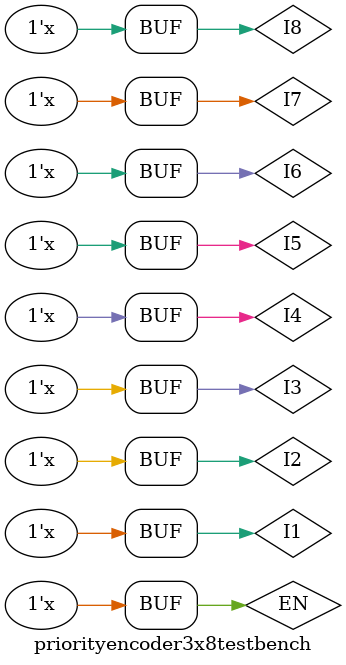
<source format=v>
`timescale 1ns / 1ps


module priorityencoder3x8testbench;

	// Inputs
	reg EN;
	reg I1;
	reg I2;
	reg I3;
	reg I4;
	reg I5;
	reg I6;
	reg I7;
	reg I8;

	// Outputs
	wire Y2;
	wire Y1;
	wire Y0;

	// Instantiate the Unit Under Test (UUT)
	priorityencoder3x8 uut (
		.EN(EN), 
		.I1(I1), 
		.I2(I2), 
		.I3(I3), 
		.I4(I4), 
		.I5(I5), 
		.I6(I6), 
		.I7(I7), 
		.I8(I8), 
		.Y2(Y2), 
		.Y1(Y1), 
		.Y0(Y0)
	);

	initial begin
		// Initialize Inputs
		EN = 0;
		I1 = 0;
		I2 = 0;
		I3 = 0;
		I4 = 0;
		I5 = 0;
		I6 = 0;
		I7 = 0;
		I8 = 0;

		// Wait 100 ns for global reset to finish
		#100;
        
		// Add stimulus here

	end

	always #1 I1=~I1;
	always #2 I2=~I2;
	always #4 I3=~I3;
	always #8 I4=~I4;
	always #16 I5=~I5;
	always #32 I6=~I6;
	always #64 I7=~I7;
	always #128 I8=~I8;
	always #256 EN=~EN;
	
	
      
endmodule


</source>
